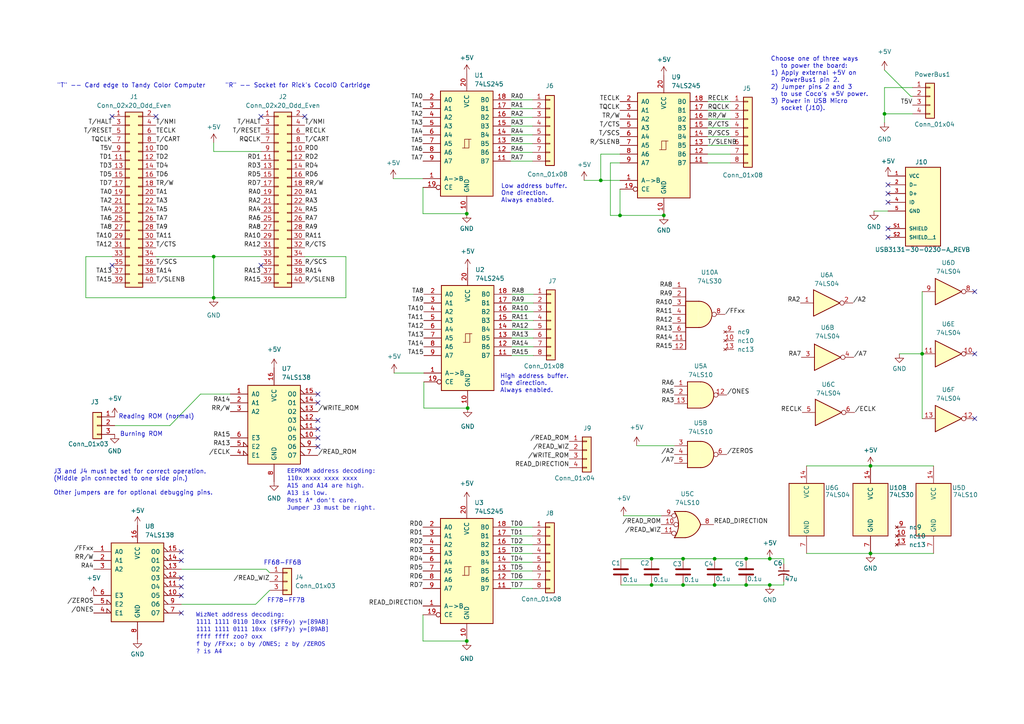
<source format=kicad_sch>
(kicad_sch (version 20230121) (generator eeschema)
  (paper "A4")
  (title_block (title "CocoIO-BufferIO") (date "2024-07-13") (rev "2024-07-13") (company "strick@yak.net    github.com/strickyak"))
  (lib_symbols
    (symbol "74LS30_1" (pin_names (offset 1.016))
      (property "Reference" "U4" (at -0.0083 11.938 0))
      (property "Value" "74LS30" (at -0.0083 9.398 0))
      (symbol "74LS30_1_0_0"
        (pin no_connect line (at 7.62 -7.62 0) (length 2.54) (name "nc10") (number "10"))
        (pin no_connect line (at 7.62 -10.16 0) (length 2.54) (name "nc13") (number "13"))
        (pin no_connect line (at 7.62 -5.08 0) (length 2.54) (name "nc9") (number "9"))
      )
      (symbol "74LS30_1_1_1"
        (pin input line (at -7.62 7.62 0) (length 3.81) (name "~") (number "1"))
        (pin input line (at -7.62 -7.62 0) (length 3.81) (name "~") (number "11"))
        (pin input line (at -7.62 -10.16 0) (length 3.81) (name "~") (number "12"))
        (pin input line (at -7.62 5.08 0) (length 3.81) (name "~") (number "2"))
        (pin input line (at -7.62 2.54 0) (length 3.81) (name "~") (number "3"))
        (pin input line (at -7.62 0 0) (length 3.81) (name "~") (number "4"))
        (pin input line (at -7.62 -2.54 0) (length 3.81) (name "~") (number "5"))
        (pin input line (at -7.62 -5.08 0) (length 3.81) (name "~") (number "6"))
        (pin output inverted (at 7.62 0 180) (length 3.81) (name "~") (number "8"))
      )
      (symbol "74LS30_1_1_2"
        (pin input inverted (at -7.62 7.62 0) (length 3.81) (name "~") (number "1"))
        (pin input inverted (at -7.62 -7.62 0) (length 3.81) (name "~") (number "11"))
        (pin input inverted (at -7.62 -10.16 0) (length 3.81) (name "~") (number "12"))
        (pin input inverted (at -7.62 5.08 0) (length 3.81) (name "~") (number "2"))
        (pin input inverted (at -7.62 2.54 0) (length 4.5466) (name "~") (number "3"))
        (pin input inverted (at -7.62 0 0) (length 5.08) (name "~") (number "4"))
        (pin input inverted (at -7.62 -2.54 0) (length 4.5466) (name "~") (number "5"))
        (pin input inverted (at -7.62 -5.08 0) (length 3.81) (name "~") (number "6"))
        (pin output line (at 7.62 0 180) (length 3.81) (name "~") (number "8"))
      )
      (symbol "74LS30_1_2_0"
        (pin power_in line (at 0 12.7 270) (length 5.08) (name "VCC") (number "14"))
        (pin power_in line (at 0 -12.7 90) (length 5.08) (name "GND") (number "7"))
      )
    )
    (symbol "74xx:74LS04"
      (property "Reference" "U" (at 0 1.27 0))
      (property "Value" "74LS04" (at 0 -1.27 0))
      (symbol "74LS04_1_0"
        (pin input line (at -7.62 0 0) (length 3.81) (name "~") (number "1"))
        (pin output inverted (at 7.62 0 180) (length 3.81) (name "~") (number "2"))
      )
      (symbol "74LS04_2_0"
        (pin input line (at -7.62 0 0) (length 3.81) (name "~") (number "3"))
        (pin output inverted (at 7.62 0 180) (length 3.81) (name "~") (number "4"))
      )
      (symbol "74LS04_3_0"
        (pin input line (at -7.62 0 0) (length 3.81) (name "~") (number "5"))
        (pin output inverted (at 7.62 0 180) (length 3.81) (name "~") (number "6"))
      )
      (symbol "74LS04_4_0"
        (pin output inverted (at 7.62 0 180) (length 3.81) (name "~") (number "8"))
        (pin input line (at -7.62 0 0) (length 3.81) (name "~") (number "9"))
      )
      (symbol "74LS04_5_0"
        (pin output inverted (at 7.62 0 180) (length 3.81) (name "~") (number "10"))
        (pin input line (at -7.62 0 0) (length 3.81) (name "~") (number "11"))
      )
      (symbol "74LS04_6_0"
        (pin output inverted (at 7.62 0 180) (length 3.81) (name "~") (number "12"))
        (pin input line (at -7.62 0 0) (length 3.81) (name "~") (number "13"))
      )
      (symbol "74LS04_7_0"
        (pin power_in line (at 0 12.7 270) (length 5.08) (name "VCC") (number "14"))
        (pin power_in line (at 0 -12.7 90) (length 5.08) (name "GND") (number "7"))
      )
    )
    (symbol "74xx:74LS10" (pin_names (offset 1.016))
      (property "Reference" "U" (at 0 1.27 0))
      (property "Value" "74LS10" (at 0 -1.27 0))
      (symbol "74LS10_1_1"
        (pin input line (at -7.62 2.54 0) (length 3.81) (name "~") (number "1"))
        (pin output inverted (at 7.62 0 180) (length 3.81) (name "~") (number "12"))
        (pin input line (at -7.62 -2.54 0) (length 3.81) (name "~") (number "13"))
        (pin input line (at -7.62 0 0) (length 3.81) (name "~") (number "2"))
      )
      (symbol "74LS10_1_2"
        (pin input inverted (at -7.62 2.54 0) (length 4.318) (name "~") (number "1"))
        (pin output line (at 7.62 0 180) (length 3.81) (name "~") (number "12"))
        (pin input inverted (at -7.62 -2.54 0) (length 4.318) (name "~") (number "13"))
        (pin input inverted (at -7.62 0 0) (length 4.953) (name "~") (number "2"))
      )
      (symbol "74LS10_2_1"
        (pin input line (at -7.62 2.54 0) (length 3.81) (name "~") (number "3"))
        (pin input line (at -7.62 0 0) (length 3.81) (name "~") (number "4"))
        (pin input line (at -7.62 -2.54 0) (length 3.81) (name "~") (number "5"))
        (pin output inverted (at 7.62 0 180) (length 3.81) (name "~") (number "6"))
      )
      (symbol "74LS10_2_2"
        (pin input inverted (at -7.62 2.54 0) (length 4.318) (name "~") (number "3"))
        (pin input inverted (at -7.62 0 0) (length 4.953) (name "~") (number "4"))
        (pin input inverted (at -7.62 -2.54 0) (length 4.318) (name "~") (number "5"))
        (pin output line (at 7.62 0 180) (length 3.81) (name "~") (number "6"))
      )
      (symbol "74LS10_3_1"
        (pin input line (at -7.62 0 0) (length 3.81) (name "~") (number "10"))
        (pin input line (at -7.62 -2.54 0) (length 3.81) (name "~") (number "11"))
        (pin output inverted (at 7.62 0 180) (length 3.81) (name "~") (number "8"))
        (pin input line (at -7.62 2.54 0) (length 3.81) (name "~") (number "9"))
      )
      (symbol "74LS10_3_2"
        (pin input inverted (at -7.62 0 0) (length 4.953) (name "~") (number "10"))
        (pin input inverted (at -7.62 -2.54 0) (length 4.318) (name "~") (number "11"))
        (pin output line (at 7.62 0 180) (length 3.81) (name "~") (number "8"))
        (pin input inverted (at -7.62 2.54 0) (length 4.318) (name "~") (number "9"))
      )
      (symbol "74LS10_4_0"
        (pin power_in line (at 0 12.7 270) (length 5.08) (name "VCC") (number "14"))
        (pin power_in line (at 0 -12.7 90) (length 5.08) (name "GND") (number "7"))
      )
    )
    (symbol "74xx:74LS138" (pin_names (offset 1.016))
      (property "Reference" "U" (at -7.62 11.43 0))
      (property "Value" "74LS138" (at -7.62 -13.97 0))
      (symbol "74LS138_1_0"
        (pin input line (at -12.7 7.62 0) (length 5.08) (name "A0") (number "1"))
        (pin output output_low (at 12.7 -5.08 180) (length 5.08) (name "O5") (number "10"))
        (pin output output_low (at 12.7 -2.54 180) (length 5.08) (name "O4") (number "11"))
        (pin output output_low (at 12.7 0 180) (length 5.08) (name "O3") (number "12"))
        (pin output output_low (at 12.7 2.54 180) (length 5.08) (name "O2") (number "13"))
        (pin output output_low (at 12.7 5.08 180) (length 5.08) (name "O1") (number "14"))
        (pin output output_low (at 12.7 7.62 180) (length 5.08) (name "O0") (number "15"))
        (pin power_in line (at 0 15.24 270) (length 5.08) (name "VCC") (number "16"))
        (pin input line (at -12.7 5.08 0) (length 5.08) (name "A1") (number "2"))
        (pin input line (at -12.7 2.54 0) (length 5.08) (name "A2") (number "3"))
        (pin input input_low (at -12.7 -10.16 0) (length 5.08) (name "E1") (number "4"))
        (pin input input_low (at -12.7 -7.62 0) (length 5.08) (name "E2") (number "5"))
        (pin input line (at -12.7 -5.08 0) (length 5.08) (name "E3") (number "6"))
        (pin output output_low (at 12.7 -10.16 180) (length 5.08) (name "O7") (number "7"))
        (pin power_in line (at 0 -17.78 90) (length 5.08) (name "GND") (number "8"))
        (pin output output_low (at 12.7 -7.62 180) (length 5.08) (name "O6") (number "9"))
      )
    )
    (symbol "74xx:74LS245" (pin_names (offset 1.016))
      (property "Reference" "U" (at -7.62 16.51 0))
      (property "Value" "74LS245" (at -7.62 -16.51 0))
      (symbol "74LS245_1_0"
        (pin input line (at -12.7 -10.16 0) (length 5.08) (name "A->B") (number "1"))
        (pin power_in line (at 0 -20.32 90) (length 5.08) (name "GND") (number "10"))
        (pin tri_state line (at 12.7 -5.08 180) (length 5.08) (name "B7") (number "11"))
        (pin tri_state line (at 12.7 -2.54 180) (length 5.08) (name "B6") (number "12"))
        (pin tri_state line (at 12.7 0 180) (length 5.08) (name "B5") (number "13"))
        (pin tri_state line (at 12.7 2.54 180) (length 5.08) (name "B4") (number "14"))
        (pin tri_state line (at 12.7 5.08 180) (length 5.08) (name "B3") (number "15"))
        (pin tri_state line (at 12.7 7.62 180) (length 5.08) (name "B2") (number "16"))
        (pin tri_state line (at 12.7 10.16 180) (length 5.08) (name "B1") (number "17"))
        (pin tri_state line (at 12.7 12.7 180) (length 5.08) (name "B0") (number "18"))
        (pin input inverted (at -12.7 -12.7 0) (length 5.08) (name "CE") (number "19"))
        (pin tri_state line (at -12.7 12.7 0) (length 5.08) (name "A0") (number "2"))
        (pin power_in line (at 0 20.32 270) (length 5.08) (name "VCC") (number "20"))
        (pin tri_state line (at -12.7 10.16 0) (length 5.08) (name "A1") (number "3"))
        (pin tri_state line (at -12.7 7.62 0) (length 5.08) (name "A2") (number "4"))
        (pin tri_state line (at -12.7 5.08 0) (length 5.08) (name "A3") (number "5"))
        (pin tri_state line (at -12.7 2.54 0) (length 5.08) (name "A4") (number "6"))
        (pin tri_state line (at -12.7 0 0) (length 5.08) (name "A5") (number "7"))
        (pin tri_state line (at -12.7 -2.54 0) (length 5.08) (name "A6") (number "8"))
        (pin tri_state line (at -12.7 -5.08 0) (length 5.08) (name "A7") (number "9"))
      )
    )
    (symbol "Connector_Generic:Conn_01x03" (pin_names (offset 1.016) hide)
      (property "Reference" "J" (at 0 5.08 0))
      (property "Value" "Conn_01x03" (at 0 -5.08 0))
      (symbol "Conn_01x03_1_1"
        (pin passive line (at -5.08 2.54 0) (length 3.81) (name "Pin_1") (number "1"))
        (pin passive line (at -5.08 0 0) (length 3.81) (name "Pin_2") (number "2"))
        (pin passive line (at -5.08 -2.54 0) (length 3.81) (name "Pin_3") (number "3"))
      )
    )
    (symbol "Connector_Generic:Conn_01x04" (pin_names (offset 1.016) hide)
      (property "Reference" "J" (at 0 5.08 0))
      (property "Value" "Conn_01x04" (at 0 -7.62 0))
      (symbol "Conn_01x04_1_1"
        (pin passive line (at -5.08 2.54 0) (length 3.81) (name "Pin_1") (number "1"))
        (pin passive line (at -5.08 0 0) (length 3.81) (name "Pin_2") (number "2"))
        (pin passive line (at -5.08 -2.54 0) (length 3.81) (name "Pin_3") (number "3"))
        (pin passive line (at -5.08 -5.08 0) (length 3.81) (name "Pin_4") (number "4"))
      )
    )
    (symbol "Connector_Generic:Conn_01x08" (pin_names (offset 1.016) hide)
      (property "Reference" "J" (at 0 10.16 0))
      (property "Value" "Conn_01x08" (at 0 -12.7 0))
      (symbol "Conn_01x08_1_1"
        (pin passive line (at -5.08 7.62 0) (length 3.81) (name "Pin_1") (number "1"))
        (pin passive line (at -5.08 5.08 0) (length 3.81) (name "Pin_2") (number "2"))
        (pin passive line (at -5.08 2.54 0) (length 3.81) (name "Pin_3") (number "3"))
        (pin passive line (at -5.08 0 0) (length 3.81) (name "Pin_4") (number "4"))
        (pin passive line (at -5.08 -2.54 0) (length 3.81) (name "Pin_5") (number "5"))
        (pin passive line (at -5.08 -5.08 0) (length 3.81) (name "Pin_6") (number "6"))
        (pin passive line (at -5.08 -7.62 0) (length 3.81) (name "Pin_7") (number "7"))
        (pin passive line (at -5.08 -10.16 0) (length 3.81) (name "Pin_8") (number "8"))
      )
    )
    (symbol "Connector_Generic:Conn_02x20_Odd_Even" (pin_names (offset 1.016) hide)
      (property "Reference" "J" (at 1.27 25.4 0))
      (property "Value" "Conn_02x20_Odd_Even" (at 1.27 -27.94 0))
      (symbol "Conn_02x20_Odd_Even_1_1"
        (pin passive line (at -5.08 22.86 0) (length 3.81) (name "Pin_1") (number "1"))
        (pin passive line (at 7.62 12.7 180) (length 3.81) (name "Pin_10") (number "10"))
        (pin passive line (at -5.08 10.16 0) (length 3.81) (name "Pin_11") (number "11"))
        (pin passive line (at 7.62 10.16 180) (length 3.81) (name "Pin_12") (number "12"))
        (pin passive line (at -5.08 7.62 0) (length 3.81) (name "Pin_13") (number "13"))
        (pin passive line (at 7.62 7.62 180) (length 3.81) (name "Pin_14") (number "14"))
        (pin passive line (at -5.08 5.08 0) (length 3.81) (name "Pin_15") (number "15"))
        (pin passive line (at 7.62 5.08 180) (length 3.81) (name "Pin_16") (number "16"))
        (pin passive line (at -5.08 2.54 0) (length 3.81) (name "Pin_17") (number "17"))
        (pin passive line (at 7.62 2.54 180) (length 3.81) (name "Pin_18") (number "18"))
        (pin passive line (at -5.08 0 0) (length 3.81) (name "Pin_19") (number "19"))
        (pin passive line (at 7.62 22.86 180) (length 3.81) (name "Pin_2") (number "2"))
        (pin passive line (at 7.62 0 180) (length 3.81) (name "Pin_20") (number "20"))
        (pin passive line (at -5.08 -2.54 0) (length 3.81) (name "Pin_21") (number "21"))
        (pin passive line (at 7.62 -2.54 180) (length 3.81) (name "Pin_22") (number "22"))
        (pin passive line (at -5.08 -5.08 0) (length 3.81) (name "Pin_23") (number "23"))
        (pin passive line (at 7.62 -5.08 180) (length 3.81) (name "Pin_24") (number "24"))
        (pin passive line (at -5.08 -7.62 0) (length 3.81) (name "Pin_25") (number "25"))
        (pin passive line (at 7.62 -7.62 180) (length 3.81) (name "Pin_26") (number "26"))
        (pin passive line (at -5.08 -10.16 0) (length 3.81) (name "Pin_27") (number "27"))
        (pin passive line (at 7.62 -10.16 180) (length 3.81) (name "Pin_28") (number "28"))
        (pin passive line (at -5.08 -12.7 0) (length 3.81) (name "Pin_29") (number "29"))
        (pin passive line (at -5.08 20.32 0) (length 3.81) (name "Pin_3") (number "3"))
        (pin passive line (at 7.62 -12.7 180) (length 3.81) (name "Pin_30") (number "30"))
        (pin passive line (at -5.08 -15.24 0) (length 3.81) (name "Pin_31") (number "31"))
        (pin passive line (at 7.62 -15.24 180) (length 3.81) (name "Pin_32") (number "32"))
        (pin passive line (at -5.08 -17.78 0) (length 3.81) (name "Pin_33") (number "33"))
        (pin passive line (at 7.62 -17.78 180) (length 3.81) (name "Pin_34") (number "34"))
        (pin passive line (at -5.08 -20.32 0) (length 3.81) (name "Pin_35") (number "35"))
        (pin passive line (at 7.62 -20.32 180) (length 3.81) (name "Pin_36") (number "36"))
        (pin passive line (at -5.08 -22.86 0) (length 3.81) (name "Pin_37") (number "37"))
        (pin passive line (at 7.62 -22.86 180) (length 3.81) (name "Pin_38") (number "38"))
        (pin passive line (at -5.08 -25.4 0) (length 3.81) (name "Pin_39") (number "39"))
        (pin passive line (at 7.62 20.32 180) (length 3.81) (name "Pin_4") (number "4"))
        (pin passive line (at 7.62 -25.4 180) (length 3.81) (name "Pin_40") (number "40"))
        (pin passive line (at -5.08 17.78 0) (length 3.81) (name "Pin_5") (number "5"))
        (pin passive line (at 7.62 17.78 180) (length 3.81) (name "Pin_6") (number "6"))
        (pin passive line (at -5.08 15.24 0) (length 3.81) (name "Pin_7") (number "7"))
        (pin passive line (at 7.62 15.24 180) (length 3.81) (name "Pin_8") (number "8"))
        (pin passive line (at -5.08 12.7 0) (length 3.81) (name "Pin_9") (number "9"))
      )
    )
    (symbol "Device:C" (pin_numbers hide) (pin_names (offset 0.254))
      (property "Reference" "C" (at 0.635 2.54 0))
      (property "Value" "C" (at 0.635 -2.54 0))
      (symbol "C_1_1"
        (pin passive line (at 0 3.81 270) (length 2.794) (name "~") (number "1"))
        (pin passive line (at 0 -3.81 90) (length 2.794) (name "~") (number "2"))
      )
    )
    (symbol "Device:C_Polarized_Small_US" (pin_numbers hide) (pin_names (offset 0.254) hide)
      (property "Reference" "C" (at 0.254 1.778 0))
      (property "Value" "C_Polarized_Small_US" (at 0.254 -2.032 0))
      (symbol "C_Polarized_Small_US_1_1"
        (pin passive line (at 0 2.54 270) (length 2.032) (name "~") (number "1"))
        (pin passive line (at 0 -2.54 90) (length 2.032) (name "~") (number "2"))
      )
    )
    (symbol "USB3131:USB3131-30-0230-A_REVB" (pin_names (offset 1.016))
      (property "Reference" "J" (at -5.08 10.795 0))
      (property "Value" "USB3131-30-0230-A_REVB" (at -5.08 -15.24 0))
      (symbol "USB3131-30-0230-A_REVB_0_0"
        (pin power_in line (at -10.16 7.62 0) (length 5.08) (name "VCC") (number "1"))
        (pin bidirectional line (at -10.16 5.08 0) (length 5.08) (name "D-") (number "2"))
        (pin bidirectional line (at -10.16 2.54 0) (length 5.08) (name "D+") (number "3"))
        (pin bidirectional line (at -10.16 0 0) (length 5.08) (name "ID") (number "4"))
        (pin power_in line (at -10.16 -2.54 0) (length 5.08) (name "GND") (number "5"))
        (pin passive line (at -10.16 -7.62 0) (length 5.08) (name "SHIELD") (number "S1"))
        (pin passive line (at -10.16 -10.16 0) (length 5.08) (name "SHIELD__1") (number "S2"))
      )
    )
    (symbol "power:+5V" (power) (pin_names (offset 0))
      (property "Value" "+5V" (at 0 3.556 0))
      (symbol "+5V_1_1"
        (pin power_in line (at 0 0 90) (length 0) hide (name "+5V") (number "1"))
      )
    )
    (symbol "power:GND" (power) (pin_names (offset 0))
      (property "Value" "GND" (at 0 -3.81 0))
      (symbol "GND_1_1"
        (pin power_in line (at 0 0 270) (length 0) hide (name "GND") (number "1"))
      )
    )
  )
  (junction (at 223.266 162.052))
  (junction (at 174.244 52.324))
  (junction (at 207.264 162.052))
  (junction (at 135.382 185.928))
  (junction (at 192.532 62.484))
  (junction (at 207.264 169.672))
  (junction (at 61.976 86.36))
  (junction (at 188.976 162.052))
  (junction (at 179.832 62.484))
  (junction (at 223.266 169.672))
  (junction (at 216.408 162.052))
  (junction (at 252.476 135.128))
  (junction (at 216.408 169.672))
  (junction (at 135.382 61.976))
  (junction (at 135.636 118.364))
  (junction (at 61.976 74.422))
  (junction (at 256.54 33.02))
  (junction (at 198.12 162.052))
  (junction (at 198.12 169.672))
  (junction (at 267.462 102.616))
  (junction (at 188.976 169.672))
  (junction (at 252.476 160.528))
  (no_connect (at 45.212 33.782))
  (no_connect (at 52.578 167.64))
  (no_connect (at 52.578 172.72))
  (no_connect (at 92.202 121.92))
  (no_connect (at 92.202 114.3))
  (no_connect (at 92.202 116.84))
  (no_connect (at 52.578 170.18))
  (no_connect (at 257.556 66.294))
  (no_connect (at 52.578 162.56))
  (no_connect (at 75.692 33.782))
  (no_connect (at 282.702 102.616))
  (no_connect (at 88.392 33.782))
  (no_connect (at 32.512 76.962))
  (no_connect (at 52.578 160.02))
  (no_connect (at 92.202 127))
  (no_connect (at 75.692 76.962))
  (no_connect (at 92.202 124.46))
  (no_connect (at 282.702 121.412))
  (no_connect (at 257.556 53.594))
  (no_connect (at 92.202 129.54))
  (no_connect (at 32.512 33.782))
  (no_connect (at 257.556 56.134))
  (no_connect (at 282.702 84.582))
  (no_connect (at 257.556 68.834))
  (no_connect (at 52.578 177.8))
  (no_connect (at 257.556 58.674))
  (wire (pts (xy 198.12 162.052) (xy 207.264 162.052)))
  (wire (pts (xy 122.682 185.928) (xy 135.382 185.928)))
  (wire (pts (xy 205.232 32.004) (xy 211.836 32.004)))
  (wire (pts (xy 61.976 74.422) (xy 75.692 74.422)))
  (wire (pts (xy 61.976 41.402) (xy 61.976 43.942)))
  (wire (pts (xy 256.54 20.32) (xy 264.16 27.94)))
  (wire (pts (xy 267.462 102.616) (xy 267.462 121.412)))
  (wire (pts (xy 58.166 114.3) (xy 66.802 114.3)))
  (wire (pts (xy 198.12 169.672) (xy 207.264 169.672)))
  (wire (pts (xy 49.276 123.444) (xy 58.166 114.3)))
  (wire (pts (xy 179.832 54.864) (xy 179.832 62.484)))
  (wire (pts (xy 45.212 74.422) (xy 61.976 74.422)))
  (wire (pts (xy 223.266 169.672) (xy 227.33 169.672)))
  (wire (pts (xy 148.082 39.116) (xy 154.432 39.116)))
  (wire (pts (xy 252.476 160.528) (xy 270.764 160.528)))
  (wire (pts (xy 52.578 165.1) (xy 77.216 165.1)))
  (wire (pts (xy 233.934 135.128) (xy 252.476 135.128)))
  (wire (pts (xy 148.082 28.956) (xy 154.432 28.956)))
  (wire (pts (xy 61.976 74.422) (xy 61.976 86.36)))
  (wire (pts (xy 260.858 102.616) (xy 267.462 102.616)))
  (wire (pts (xy 177.038 47.244) (xy 177.038 62.484)))
  (wire (pts (xy 122.682 61.976) (xy 135.382 61.976)))
  (wire (pts (xy 148.336 95.504) (xy 154.686 95.504)))
  (wire (pts (xy 205.232 34.544) (xy 211.836 34.544)))
  (wire (pts (xy 256.54 25.4) (xy 264.668 25.4)))
  (wire (pts (xy 184.658 129.286) (xy 195.58 129.286)))
  (wire (pts (xy 148.082 157.988) (xy 154.432 157.988)))
  (wire (pts (xy 188.976 169.672) (xy 198.12 169.672)))
  (wire (pts (xy 148.336 92.964) (xy 154.686 92.964)))
  (wire (pts (xy 256.54 33.02) (xy 264.668 33.02)))
  (wire (pts (xy 148.082 168.148) (xy 154.432 168.148)))
  (wire (pts (xy 148.082 31.496) (xy 154.432 31.496)))
  (wire (pts (xy 114.3 108.204) (xy 122.936 108.204)))
  (wire (pts (xy 205.232 44.704) (xy 211.836 44.704)))
  (wire (pts (xy 227.33 162.052) (xy 227.33 163.576)))
  (wire (pts (xy 148.082 152.908) (xy 154.432 152.908)))
  (wire (pts (xy 77.216 165.1) (xy 78.232 166.116)))
  (wire (pts (xy 33.274 123.444) (xy 49.276 123.444)))
  (wire (pts (xy 148.082 34.036) (xy 154.432 34.036)))
  (wire (pts (xy 148.336 87.884) (xy 154.686 87.884)))
  (wire (pts (xy 148.082 41.656) (xy 154.432 41.656)))
  (wire (pts (xy 188.976 162.052) (xy 198.12 162.052)))
  (wire (pts (xy 24.892 74.422) (xy 24.892 86.36)))
  (wire (pts (xy 180.848 149.606) (xy 191.77 149.606)))
  (wire (pts (xy 122.936 118.364) (xy 135.636 118.364)))
  (wire (pts (xy 179.832 62.484) (xy 192.532 62.484)))
  (wire (pts (xy 148.082 160.528) (xy 154.432 160.528)))
  (wire (pts (xy 205.232 42.164) (xy 211.836 42.164)))
  (wire (pts (xy 100.33 74.422) (xy 100.33 86.36)))
  (wire (pts (xy 74.168 175.26) (xy 78.232 171.196)))
  (wire (pts (xy 207.264 162.052) (xy 216.408 162.052)))
  (wire (pts (xy 122.936 110.744) (xy 122.936 118.364)))
  (wire (pts (xy 148.082 170.688) (xy 154.432 170.688)))
  (wire (pts (xy 180.086 169.672) (xy 188.976 169.672)))
  (wire (pts (xy 114.046 51.816) (xy 122.682 51.816)))
  (wire (pts (xy 61.976 86.36) (xy 100.33 86.36)))
  (wire (pts (xy 216.408 169.672) (xy 223.266 169.672)))
  (wire (pts (xy 148.082 44.196) (xy 154.432 44.196)))
  (wire (pts (xy 174.244 44.704) (xy 174.244 52.324)))
  (wire (pts (xy 207.264 169.672) (xy 216.408 169.672)))
  (wire (pts (xy 256.54 25.4) (xy 256.54 33.02)))
  (wire (pts (xy 177.038 62.484) (xy 179.832 62.484)))
  (wire (pts (xy 148.336 103.124) (xy 154.686 103.124)))
  (wire (pts (xy 148.336 85.344) (xy 154.686 85.344)))
  (wire (pts (xy 205.232 47.244) (xy 211.836 47.244)))
  (wire (pts (xy 148.082 36.576) (xy 154.432 36.576)))
  (wire (pts (xy 148.082 163.068) (xy 154.432 163.068)))
  (wire (pts (xy 148.082 155.448) (xy 154.432 155.448)))
  (wire (pts (xy 252.476 135.128) (xy 270.764 135.128)))
  (wire (pts (xy 52.578 175.26) (xy 74.168 175.26)))
  (wire (pts (xy 24.892 74.422) (xy 32.512 74.422)))
  (wire (pts (xy 148.336 90.424) (xy 154.686 90.424)))
  (wire (pts (xy 169.418 52.324) (xy 174.244 52.324)))
  (wire (pts (xy 223.266 162.052) (xy 227.33 162.052)))
  (wire (pts (xy 148.082 46.736) (xy 154.432 46.736)))
  (wire (pts (xy 227.33 168.656) (xy 227.33 169.672)))
  (wire (pts (xy 256.54 33.02) (xy 256.54 35.56)))
  (wire (pts (xy 24.892 86.36) (xy 61.976 86.36)))
  (wire (pts (xy 205.232 39.624) (xy 211.836 39.624)))
  (wire (pts (xy 148.336 98.044) (xy 154.686 98.044)))
  (wire (pts (xy 174.244 44.704) (xy 179.832 44.704)))
  (wire (pts (xy 174.244 52.324) (xy 179.832 52.324)))
  (wire (pts (xy 180.086 162.052) (xy 188.976 162.052)))
  (wire (pts (xy 148.082 165.608) (xy 154.432 165.608)))
  (wire (pts (xy 122.682 178.308) (xy 122.682 185.928)))
  (wire (pts (xy 253.492 61.214) (xy 257.556 61.214)))
  (wire (pts (xy 88.392 74.422) (xy 100.33 74.422)))
  (wire (pts (xy 205.232 37.084) (xy 211.836 37.084)))
  (wire (pts (xy 264.668 27.94) (xy 264.16 27.94)))
  (wire (pts (xy 216.408 162.052) (xy 223.266 162.052)))
  (wire (pts (xy 267.462 84.582) (xy 267.462 102.616)))
  (wire (pts (xy 148.336 100.584) (xy 154.686 100.584)))
  (wire (pts (xy 205.232 29.464) (xy 211.836 29.464)))
  (wire (pts (xy 122.682 54.356) (xy 122.682 61.976)))
  (wire (pts (xy 61.976 43.942) (xy 75.692 43.942)))
  (wire (pts (xy 177.038 47.244) (xy 179.832 47.244)))
  (wire (pts (xy 233.934 160.528) (xy 252.476 160.528)))
  (text "Burning ROM" (at 47.244 126.746 0) (effects (font (size 1.27 1.27)) (justify right bottom)))
  (text "WizNet address decoding:\n1111 1111 0110 10xx ($FF6y) y=[89AB]\n1111 1111 0111 10xx ($FF7y) y=[89AB]\nffff ffff zoo? oxx\nf by /FFxx; o by /ONES; z by /ZEROS\n? is A4\n" (at 56.896 190.246 0) (effects (font (size 1.27 1.27)) (justify left bottom)))
  (text "J3 and J4 must be set for correct operation.\n(Middle pin connected to one side pin.)\n\nOther jumpers are for optional debugging pins.\n" (at 15.494 143.764 0) (effects (font (size 1.27 1.27)) (justify left bottom)))
  (text "FF68-FF6B" (at 76.454 164.084 0) (effects (font (size 1.27 1.27)) (justify left bottom)))
  (text "Choose one of three ways\n   to power the board:\n1) Apply external +5V on\n   PowerBus1 pin 2.\n2) Jumper pins 2 and 3\n   to use Coco's +5V power.\n3) Power in USB Micro\n   socket (J10).\n " (at 223.52 34.29 0) (effects (font (size 1.27 1.27)) (justify left bottom)))
  (text "\"R\" -- Socket for Rick's CocoIO Cartridge" (at 65.278 25.654 0) (effects (font (size 1.27 1.27)) (justify left bottom)))
  (text "EEPROM address decoding:\n110x xxxx xxxx xxxx\nA15 and A14 are high.\nA13 is low.\nRest A* don't care.\nJumper J3 must be right.\n" (at 83.312 148.59 0) (effects (font (size 1.27 1.27)) (justify left bottom)))
  (text "Reading ROM (normal)" (at 56.388 121.666 0) (effects (font (size 1.27 1.27)) (justify right bottom)))
  (text "FF78-FF7B" (at 77.47 175.006 0) (effects (font (size 1.27 1.27)) (justify left bottom)))
  (text "Low address buffer.\nOne direction.\nAlways enabled." (at 145.288 58.928 0) (effects (font (size 1.27 1.27)) (justify left bottom)))
  (text "\"T\" -- Card edge to Tandy Color Computer" (at 16.51 25.654 0) (effects (font (size 1.27 1.27)) (justify left bottom)))
  (text "High address buffer.\nOne direction.\nAlways enabled." (at 145.034 114.046 0) (effects (font (size 1.27 1.27)) (justify left bottom)))
  (label "RD3" (at 75.692 49.022 180))
  (label "RR{slash}W" (at 66.802 119.38 180))
  (label "{slash}ECLK" (at 66.802 132.08 180))
  (label "TD0" (at 45.212 43.942 0))
  (label "{slash}FFxx" (at 27.178 160.02 180))
  (label "READ_DIRECTION" (at 165.1 135.636 180))
  (label "RD1" (at 75.692 46.482 180))
  (label "TA2" (at 32.512 59.182 180))
  (label "T{slash}SCS" (at 45.212 76.962 0))
  (label "RA13" (at 75.692 79.502 180))
  (label "RA14" (at 88.392 79.502 0))
  (label "RA11" (at 195.072 91.186 180))
  (label "RA8" (at 148.336 85.344 0))
  (label "RA6" (at 195.58 112.014 180))
  (label "RA9" (at 195.072 86.106 180))
  (label "TD3" (at 148.082 160.528 0))
  (label "RA7" (at 88.392 64.262 0))
  (label "TECLK" (at 45.212 38.862 0))
  (label "RA12" (at 195.072 93.726 180))
  (label "{slash}ZEROS" (at 27.178 175.26 180))
  (label "TA15" (at 122.936 103.124 180))
  (label "TA14" (at 122.936 100.584 180))
  (label "RR{slash}W" (at 27.178 162.56 180))
  (label "T{slash}RESET" (at 32.512 38.862 180))
  (label "{slash}READ_ROM" (at 191.77 152.146 180))
  (label "T5V" (at 32.512 43.942 180))
  (label "TA12" (at 122.936 95.504 180))
  (label "RQCLK" (at 75.692 41.402 180))
  (label "{slash}ONES" (at 210.82 114.554 0))
  (label "RA8" (at 75.692 66.802 180))
  (label "RA14" (at 148.336 100.584 0))
  (label "TA4" (at 122.682 39.116 180))
  (label "{slash}A7" (at 247.65 103.632 0))
  (label "RA8" (at 195.072 83.566 180))
  (label "{slash}READ_WIZ" (at 165.1 130.556 180))
  (label "RA15" (at 148.336 103.124 0))
  (label "RA10" (at 195.072 88.646 180))
  (label "{slash}ZEROS" (at 210.82 131.826 0))
  (label "TA8" (at 122.936 85.344 180))
  (label "TD0" (at 148.082 152.908 0))
  (label "TA3" (at 45.212 59.182 0))
  (label "RA10" (at 148.336 90.424 0))
  (label "RD2" (at 88.392 46.482 0))
  (label "RA5" (at 148.082 41.656 0))
  (label "{slash}READ_WIZ" (at 78.232 168.656 180))
  (label "TA5" (at 122.682 41.656 180))
  (label "TA0" (at 32.512 56.642 180))
  (label "TA7" (at 122.682 46.736 180))
  (label "TA13" (at 122.936 98.044 180))
  (label "T{slash}CART" (at 45.212 41.402 0))
  (label "TQCLK" (at 32.512 41.402 180))
  (label "TD1" (at 32.512 46.482 180))
  (label "T{slash}HALT" (at 32.512 36.322 180))
  (label "RECLK" (at 205.232 29.464 0))
  (label "TA1" (at 45.212 56.642 0))
  (label "RA9" (at 88.392 66.802 0))
  (label "RA3" (at 195.58 117.094 180))
  (label "RD4" (at 122.682 163.068 180))
  (label "RECLK" (at 88.392 38.862 0))
  (label "TD5" (at 148.082 165.608 0))
  (label "TA10" (at 32.512 69.342 180))
  (label "TA5" (at 45.212 61.722 0))
  (label "{slash}FFxx" (at 210.312 91.186 0))
  (label "TD2" (at 148.082 157.988 0))
  (label "{slash}ONES" (at 27.178 177.8 180))
  (label "RA15" (at 75.692 82.042 180))
  (label "RA6" (at 148.082 44.196 0))
  (label "T{slash}CTS" (at 45.212 71.882 0))
  (label "{slash}READ_ROM" (at 165.1 128.016 180))
  (label "{slash}WRITE_ROM" (at 165.1 133.096 180))
  (label "RA2" (at 75.692 59.182 180))
  (label "TA11" (at 122.936 92.964 180))
  (label "TA11" (at 45.212 69.342 0))
  (label "RA0" (at 75.692 56.642 180))
  (label "TD3" (at 32.512 49.022 180))
  (label "RA12" (at 148.336 95.504 0))
  (label "RA2" (at 148.082 34.036 0))
  (label "TD2" (at 45.212 46.482 0))
  (label "{slash}READ_WIZ" (at 191.77 154.686 180))
  (label "TR{slash}W" (at 45.212 54.102 0))
  (label "TA3" (at 122.682 36.576 180))
  (label "RA13" (at 148.336 98.044 0))
  (label "RD3" (at 122.682 160.528 180))
  (label "{slash}A7" (at 195.58 134.366 180))
  (label "RD6" (at 122.682 168.148 180))
  (label "TA2" (at 122.682 34.036 180))
  (label "TD4" (at 45.212 49.022 0))
  (label "TECLK" (at 179.832 29.464 180))
  (label "RA14" (at 195.072 98.806 180))
  (label "RA11" (at 148.336 92.964 0))
  (label "RD2" (at 122.682 157.988 180))
  (label "RA12" (at 75.692 71.882 180))
  (label "RECLK" (at 232.664 119.634 180))
  (label "RA7" (at 148.082 46.736 0))
  (label "RA4" (at 148.082 39.116 0))
  (label "RA15" (at 66.802 127 180))
  (label "RD0" (at 88.392 43.942 0))
  (label "T{slash}CART" (at 88.392 41.402 0))
  (label "RD0" (at 122.682 152.908 180))
  (label "R{slash}SCS" (at 205.232 39.624 0))
  (label "TD1" (at 148.082 155.448 0))
  (label "T{slash}SLENB" (at 45.212 82.042 0))
  (label "RD6" (at 88.392 51.562 0))
  (label "TA9" (at 45.212 66.802 0))
  (label "R{slash}SLENB" (at 88.392 82.042 0))
  (label "RA4" (at 27.178 165.1 180))
  (label "RA1" (at 148.082 31.496 0))
  (label "RA0" (at 148.082 28.956 0))
  (label "R{slash}SLENB" (at 179.832 42.164 180))
  (label "{slash}ECLK" (at 247.904 119.634 0))
  (label "RD7" (at 75.692 54.102 180))
  (label "T{slash}SCS" (at 179.832 39.624 180))
  (label "TA13" (at 32.512 79.502 180))
  (label "TQCLK" (at 179.832 32.004 180))
  (label "TA9" (at 122.936 87.884 180))
  (label "{slash}A2" (at 247.396 87.884 0))
  (label "RA10" (at 75.692 69.342 180))
  (label "RA6" (at 75.692 64.262 180))
  (label "R{slash}SCS" (at 88.392 76.962 0))
  (label "T{slash}RESET" (at 75.692 38.862 180))
  (label "READ_DIRECTION" (at 207.01 152.146 0))
  (label "READ_DIRECTION" (at 122.682 175.768 180))
  (label "RD1" (at 122.682 155.448 180))
  (label "TA8" (at 32.512 66.802 180))
  (label "TD6" (at 45.212 51.562 0))
  (label "TA6" (at 32.512 64.262 180))
  (label "TD6" (at 148.082 168.148 0))
  (label "RR{slash}W" (at 88.392 54.102 0))
  (label "RA3" (at 88.392 59.182 0))
  (label "TA10" (at 122.936 90.424 180))
  (label "T5V" (at 264.668 30.48 180))
  (label "RD4" (at 88.392 49.022 0))
  (label "RD5" (at 122.682 165.608 180))
  (label "RR{slash}W" (at 205.232 34.544 0))
  (label "TA0" (at 122.682 28.956 180))
  (label "TA4" (at 32.512 61.722 180))
  (label "RA15" (at 195.072 101.346 180))
  (label "TD7" (at 148.082 170.688 0))
  (label "{slash}A2" (at 195.58 131.826 180))
  (label "{slash}WRITE_ROM" (at 92.202 119.38 0))
  (label "RD5" (at 75.692 51.562 180))
  (label "TR{slash}W" (at 179.832 34.544 180))
  (label "RA5" (at 88.392 61.722 0))
  (label "R{slash}CTS" (at 205.232 37.084 0))
  (label "RA4" (at 75.692 61.722 180))
  (label "RA13" (at 66.802 129.54 180))
  (label "RA14" (at 66.802 116.84 180))
  (label "TA7" (at 45.212 64.262 0))
  (label "RA5" (at 195.58 114.554 180))
  (label "RA9" (at 148.336 87.884 0))
  (label "RA7" (at 232.41 103.632 180))
  (label "TD5" (at 32.512 51.562 180))
  (label "R{slash}CTS" (at 88.392 71.882 0))
  (label "T{slash}SLENB" (at 205.232 42.164 0))
  (label "TA6" (at 122.682 44.196 180))
  (label "T{slash}HALT" (at 75.692 36.322 180))
  (label "RQCLK" (at 205.232 32.004 0))
  (label "T{slash}NMI" (at 45.212 36.322 0))
  (label "TA12" (at 32.512 71.882 180))
  (label "RA2" (at 232.156 87.884 180))
  (label "RA11" (at 88.392 69.342 0))
  (label "T{slash}NMI" (at 88.392 36.322 0))
  (label "RA3" (at 148.082 36.576 0))
  (label "TD4" (at 148.082 163.068 0))
  (label "TA15" (at 32.512 82.042 180))
  (label "TD7" (at 32.512 54.102 180))
  (label "T{slash}CTS" (at 179.832 37.084 180))
  (label "RA1" (at 88.392 56.642 0))
  (label "TA14" (at 45.212 79.502 0))
  (label "TA1" (at 122.682 31.496 180))
  (label "{slash}READ_ROM" (at 92.202 132.08 0))
  (label "RD7" (at 122.682 170.688 180))
  (label "RA13" (at 195.072 96.266 180))
  (symbol (lib_id "power:GND") (at 253.492 61.214 0) (unit 1)
    (property "Reference" "#PWR030" (effects hide))
    (property "Value" "GND" (at 253.492 65.786 0))
  )
  (symbol (lib_id "74xx:74LS10") (at 203.2 131.826 0) (unit 2)
    (property "Reference" "U5" (at 203.1917 122.682 0))
    (property "Value" "74LS10" (at 203.1917 125.222 0))
    (property "Footprint" "Package_DIP:DIP-14_W7.62mm_LongPads" (effects hide))
    (property "Datasheet" "http://www.ti.com/lit/gpn/sn74LS10" (effects hide))
  )
  (symbol (lib_id "power:+5V") (at 180.848 149.606 0) (unit 1)
    (property "Reference" "#PWR014" (effects hide))
    (property "Value" "+5V" (at 180.848 144.526 0))
  )
  (symbol (lib_id "74xx:74LS138") (at 39.878 167.64 0) (unit 1)
    (property "Reference" "U8" (at 42.0721 152.654 0) (effects (justify left)))
    (property "Value" "74LS138" (at 42.0721 155.194 0) (effects (justify left)))
    (property "Footprint" "Package_DIP:DIP-16_W7.62mm_LongPads" (effects hide))
    (property "Datasheet" "http://www.ti.com/lit/gpn/sn74LS138" (effects hide))
  )
  (symbol (lib_id "power:+5V") (at 184.658 129.286 0) (unit 1)
    (property "Reference" "#PWR013" (effects hide))
    (property "Value" "+5V" (at 184.658 123.952 0))
  )
  (symbol (lib_id "74xx:74LS04") (at 275.082 102.616 0) (unit 5)
    (property "Reference" "U6" (at 275.082 93.98 0))
    (property "Value" "74LS04" (at 275.082 96.52 0))
    (property "Footprint" "Package_DIP:DIP-14_W7.62mm_LongPads" (effects hide))
    (property "Datasheet" "http://www.ti.com/lit/gpn/sn74LS04" (effects hide))
  )
  (symbol (lib_id "Connector_Generic:Conn_01x04") (at 269.748 27.94 0) (unit 1)
    (property "Reference" "PowerBus1" (at 265.176 21.59 0) (effects (justify left)))
    (property "Value" "Conn_01x04" (at 265.176 36.068 0) (effects (justify left)))
    (property "Footprint" "Connector_PinHeader_2.54mm:PinHeader_1x04_P2.54mm_Vertical" (effects hide))
  )
  (symbol (lib_id "Device:C") (at 216.408 165.862 0) (unit 1)
    (property "Reference" "C5" (at 213.106 163.576 0) (effects (justify left)))
    (property "Value" "0.1u" (at 216.662 167.894 0) (effects (justify left)))
    (property "Footprint" "Capacitor_THT:C_Disc_D5.0mm_W2.5mm_P5.00mm" (effects hide))
  )
  (symbol (lib_id "74xx:74LS138") (at 79.502 121.92 0) (unit 1)
    (property "Reference" "U7" (at 81.6961 106.934 0) (effects (justify left)))
    (property "Value" "74LS138" (at 81.6961 109.474 0) (effects (justify left)))
    (property "Footprint" "Package_DIP:DIP-16_W7.62mm_LongPads" (effects hide))
    (property "Datasheet" "http://www.ti.com/lit/gpn/sn74LS138" (effects hide))
  )
  (symbol (lib_id "power:+5V") (at 135.636 77.724 0) (unit 1)
    (property "Reference" "#PWR06" (effects hide))
    (property "Value" "+5V" (at 135.636 72.898 0))
  )
  (symbol (lib_id "74xx:74LS10") (at 203.2 114.554 0) (unit 1)
    (property "Reference" "U5" (at 203.1917 106.172 0))
    (property "Value" "74LS10" (at 203.1917 108.712 0))
    (property "Footprint" "Package_DIP:DIP-14_W7.62mm_LongPads" (effects hide))
    (property "Datasheet" "http://www.ti.com/lit/gpn/sn74LS10" (effects hide))
  )
  (symbol (lib_id "Device:C") (at 180.086 165.862 0) (unit 1)
    (property "Reference" "C1" (at 177.292 163.322 0) (effects (justify left)))
    (property "Value" "0.1u" (at 180.594 168.148 0) (effects (justify left)))
    (property "Footprint" "Capacitor_THT:C_Disc_D5.0mm_W2.5mm_P5.00mm" (effects hide))
  )
  (symbol (lib_id "power:GND") (at 252.476 160.528 0) (unit 1)
    (property "Reference" "#PWR012" (effects hide))
    (property "Value" "GND" (at 252.476 164.846 0))
  )
  (symbol (lib_id "power:+5V") (at 257.556 51.054 0) (unit 1)
    (property "Reference" "#PWR029" (effects hide))
    (property "Value" "+5V" (at 257.556 46.736 0))
  )
  (symbol (lib_id "power:+5V") (at 256.54 20.32 0) (unit 1)
    (property "Reference" "#PWR028" (effects hide))
    (property "Value" "+5V" (at 256.54 14.986 0))
  )
  (symbol (lib_id "power:GND") (at 135.382 61.976 0) (unit 1)
    (property "Reference" "#PWR04" (effects hide))
    (property "Value" "GND" (at 135.382 66.294 0))
  )
  (symbol (lib_id "power:+5V") (at 135.382 21.336 0) (unit 1)
    (property "Reference" "#PWR05" (effects hide))
    (property "Value" "+5V" (at 135.382 16.764 0))
  )
  (symbol (lib_id "power:GND") (at 260.858 102.616 0) (unit 1)
    (property "Reference" "#PWR025" (effects hide))
    (property "Value" "GND" (at 260.858 106.934 0))
  )
  (symbol (lib_id "74xx:74LS245") (at 135.636 98.044 0) (unit 1)
    (property "Reference" "U2" (at 137.8301 78.232 0) (effects (justify left)))
    (property "Value" "74LS245" (at 137.8301 80.772 0) (effects (justify left)))
    (property "Footprint" "Package_DIP:DIP-20_W7.62mm_LongPads" (effects hide))
    (property "Datasheet" "http://www.ti.com/lit/gpn/sn74LS245" (effects hide))
  )
  (symbol (lib_id "USB3131:USB3131-30-0230-A_REVB") (at 267.716 58.674 0) (unit 1)
    (property "Reference" "J10" (at 265.43 46.99 0) (effects (justify left)))
    (property "Value" "USB3131-30-0230-A_REVB" (at 253.746 72.39 0) (effects (justify left)))
    (property "Footprint" "usb3131:GCT_USB3131-30-0230-A_REVB" (effects hide))
    (property "PARTREV" "B4" (effects hide))
    (property "STANDARD" "Manufacturer Recommendations" (effects hide))
    (property "MAXIMUM_PACKAGE_HEIGHT" "5.6 mm" (effects hide))
    (property "MANUFACTURER" "GCT" (effects hide))
  )
  (symbol (lib_id "Connector_Generic:Conn_02x20_Odd_Even") (at 37.592 56.642 0) (unit 1)
    (property "Reference" "J1" (at 38.862 28.067 0))
    (property "Value" "Conn_02x20_Odd_Even" (at 38.862 30.607 0))
    (property "Footprint" "coco-card-lib:CocoCardEdge" (effects hide))
  )
  (symbol (lib_id "Device:C") (at 198.12 165.862 0) (unit 1)
    (property "Reference" "C3" (at 195.072 163.576 0) (effects (justify left)))
    (property "Value" "0.1u" (at 198.374 168.148 0) (effects (justify left)))
    (property "Footprint" "Capacitor_THT:C_Disc_D5.0mm_W2.5mm_P5.00mm" (effects hide))
  )
  (symbol (lib_id "74xx:74LS245") (at 135.382 41.656 0) (unit 1)
    (property "Reference" "U1" (at 137.5761 21.844 0) (effects (justify left)))
    (property "Value" "74LS245" (at 137.5761 24.384 0) (effects (justify left)))
    (property "Footprint" "Package_DIP:DIP-20_W7.62mm_LongPads" (effects hide))
    (property "Datasheet" "http://www.ti.com/lit/gpn/sn74LS245" (effects hide))
  )
  (symbol (lib_id "74xx:74LS04") (at 275.082 121.412 0) (unit 6)
    (property "Reference" "U6" (at 275.082 113.03 0))
    (property "Value" "74LS04" (at 275.082 115.57 0))
    (property "Footprint" "Package_DIP:DIP-14_W7.62mm_LongPads" (effects hide))
    (property "Datasheet" "http://www.ti.com/lit/gpn/sn74LS04" (effects hide))
  )
  (symbol (lib_id "power:GND") (at 223.266 169.672 0) (unit 1)
    (property "Reference" "#PWR031" (effects hide))
    (property "Value" "GND" (at 223.266 173.99 0))
  )
  (symbol (lib_id "74xx:74LS04") (at 240.03 103.632 0) (unit 2)
    (property "Reference" "U6" (at 240.03 94.996 0))
    (property "Value" "74LS04" (at 240.03 97.536 0))
    (property "Footprint" "Package_DIP:DIP-14_W7.62mm_LongPads" (effects hide))
    (property "Datasheet" "http://www.ti.com/lit/gpn/sn74LS04" (effects hide))
  )
  (symbol (lib_id "Connector_Generic:Conn_01x08") (at 159.512 160.528 0) (unit 1)
    (property "Reference" "J8" (at 158.242 148.844 0) (effects (justify left)))
    (property "Value" "Conn_01x08" (at 151.13 173.736 0) (effects (justify left)))
    (property "Footprint" "Connector_PinHeader_2.54mm:PinHeader_1x08_P2.54mm_Vertical" (effects hide))
  )
  (symbol (lib_id "power:+5V") (at 192.532 21.844 0) (unit 1)
    (property "Reference" "#PWR022" (effects hide))
    (property "Value" "+5V" (at 192.532 17.272 0))
  )
  (symbol (lib_id "power:+5V") (at 39.878 152.4 0) (unit 1)
    (property "Reference" "#PWR019" (effects hide))
    (property "Value" "+5V" (at 39.878 148.082 0))
  )
  (symbol (lib_id "power:GND") (at 135.636 118.364 0) (unit 1)
    (property "Reference" "#PWR08" (effects hide))
    (property "Value" "GND" (at 135.636 123.698 0))
  )
  (symbol (lib_id "power:+5V") (at 252.476 135.128 0) (unit 1)
    (property "Reference" "#PWR010" (effects hide))
    (property "Value" "+5V" (at 252.476 130.556 0))
  )
  (symbol (lib_id "power:+5V") (at 114.3 108.204 0) (unit 1)
    (property "Reference" "#PWR09" (effects hide))
    (property "Value" "+5V" (at 114.3 103.378 0))
  )
  (symbol (lib_id "power:GND") (at 39.878 185.42 0) (unit 1)
    (property "Reference" "#PWR018" (effects hide))
    (property "Value" "GND" (at 39.878 189.738 0))
  )
  (symbol (lib_id "74xx:74LS245") (at 192.532 42.164 0) (unit 1)
    (property "Reference" "U9" (at 194.7261 22.352 0) (effects (justify left)))
    (property "Value" "74LS245" (at 194.7261 24.892 0) (effects (justify left)))
    (property "Footprint" "Package_DIP:DIP-20_W7.62mm_LongPads" (effects hide))
    (property "Datasheet" "http://www.ti.com/lit/gpn/sn74LS245" (effects hide))
  )
  (symbol (lib_id "74xx:74LS04") (at 233.934 147.828 0) (unit 7)
    (property "Reference" "U6" (at 239.268 141.478 0) (effects (justify left)))
    (property "Value" "74LS04" (at 239.268 143.51 0) (effects (justify left)))
    (property "Footprint" "Package_DIP:DIP-14_W7.62mm_LongPads" (effects hide))
    (property "Datasheet" "http://www.ti.com/lit/gpn/sn74LS04" (effects hide))
  )
  (symbol (lib_id "74xx:74LS04") (at 240.284 119.634 0) (unit 3)
    (property "Reference" "U6" (at 240.284 111.506 0))
    (property "Value" "74LS04" (at 240.284 114.046 0))
    (property "Footprint" "Package_DIP:DIP-14_W7.62mm_LongPads" (effects hide))
    (property "Datasheet" "http://www.ti.com/lit/gpn/sn74LS04" (effects hide))
  )
  (symbol (lib_id "power:+5V") (at 27.178 172.72 0) (unit 1)
    (property "Reference" "#PWR021" (effects hide))
    (property "Value" "+5V" (at 27.178 167.64 0))
  )
  (symbol (lib_id "Device:C") (at 207.264 165.862 0) (unit 1)
    (property "Reference" "C4" (at 204.216 163.576 0) (effects (justify left)))
    (property "Value" "0.1u" (at 207.518 167.894 0) (effects (justify left)))
    (property "Footprint" "Capacitor_THT:C_Disc_D5.0mm_W2.5mm_P5.00mm" (effects hide))
  )
  (symbol (lib_id "Connector_Generic:Conn_01x08") (at 159.766 92.964 0) (unit 1)
    (property "Reference" "J7" (at 159.004 81.534 0) (effects (justify left)))
    (property "Value" "Conn_01x08" (at 151.892 106.172 0) (effects (justify left)))
    (property "Footprint" "Connector_PinHeader_2.54mm:PinHeader_1x08_P2.54mm_Vertical" (effects hide))
  )
  (symbol (lib_id "74xx:74LS10") (at 199.39 152.146 0) (unit 3) (convert 2)
    (property "Reference" "U5" (at 199.3817 143.256 0))
    (property "Value" "74LS10" (at 199.3817 145.796 0))
    (property "Footprint" "Package_DIP:DIP-14_W7.62mm_LongPads" (effects hide))
    (property "Datasheet" "http://www.ti.com/lit/gpn/sn74LS10" (effects hide))
  )
  (symbol (lib_id "Device:C_Polarized_Small_US") (at 227.33 166.116 0) (unit 1)
    (property "Reference" "C6" (at 224.282 163.322 0) (effects (justify left)))
    (property "Value" "47u" (at 227.584 167.894 0) (effects (justify left)))
    (property "Footprint" "Capacitor_THT:CP_Radial_D7.5mm_P2.50mm" (effects hide))
  )
  (symbol (lib_id "Connector_Generic:Conn_01x03") (at 83.312 168.656 0) (unit 1)
    (property "Reference" "J4" (at 85.598 167.386 0) (effects (justify left)))
    (property "Value" "Conn_01x03" (at 85.598 169.926 0) (effects (justify left)))
    (property "Footprint" "Connector_PinHeader_2.54mm:PinHeader_1x03_P2.54mm_Vertical" (effects hide))
  )
  (symbol (lib_id "power:+5V") (at 135.382 145.288 0) (unit 1)
    (property "Reference" "#PWR011" (effects hide))
    (property "Value" "+5V" (at 135.382 140.208 0))
  )
  (symbol (lib_id "Connector_Generic:Conn_01x04") (at 170.18 130.556 0) (unit 1)
    (property "Reference" "J9" (at 169.164 124.206 0) (effects (justify left)))
    (property "Value" "Conn_01x04" (at 160.782 138.684 0) (effects (justify left)))
    (property "Footprint" "Connector_PinHeader_2.54mm:PinHeader_1x04_P2.54mm_Vertical" (effects hide))
  )
  (symbol (lib_id "Connector_Generic:Conn_01x08") (at 216.916 37.084 0) (unit 1)
    (property "Reference" "J5" (at 215.392 25.654 0) (effects (justify left)))
    (property "Value" "Conn_01x08" (at 209.55 50.8 0) (effects (justify left)))
    (property "Footprint" "Connector_PinHeader_2.54mm:PinHeader_1x08_P2.54mm_Vertical" (effects hide))
  )
  (symbol (lib_id "74xx:74LS245") (at 135.382 165.608 0) (unit 1)
    (property "Reference" "U3" (at 137.5761 145.796 0) (effects (justify left)))
    (property "Value" "74LS245" (at 137.5761 148.336 0) (effects (justify left)))
    (property "Footprint" "Package_DIP:DIP-20_W7.62mm_LongPads" (effects hide))
    (property "Datasheet" "http://www.ti.com/lit/gpn/sn74LS245" (effects hide))
  )
  (symbol (lib_name "74LS30_1") (lib_id "74xx:74LS30") (at 202.692 91.186 0) (unit 1)
    (property "Reference" "U10" (at 205.8035 78.994 0))
    (property "Value" "74LS30" (at 205.8035 81.534 0))
    (property "Footprint" "Package_DIP:DIP-14_W7.62mm_LongPads" (effects hide))
    (property "Datasheet" "http://www.ti.com/lit/gpn/sn74LS30" (effects hide))
  )
  (symbol (lib_id "Connector_Generic:Conn_01x03") (at 28.194 123.444 0) (mirror y) (unit 1)
    (property "Reference" "J3" (at 28.702 116.586 0) (effects (justify left)))
    (property "Value" "Conn_01x03" (at 31.496 128.778 0) (effects (justify left)))
    (property "Footprint" "Connector_PinHeader_2.54mm:PinHeader_1x03_P2.54mm_Vertical" (effects hide))
  )
  (symbol (lib_id "power:GND") (at 79.502 139.7 0) (unit 1)
    (property "Reference" "#PWR017" (effects hide))
    (property "Value" "GND" (at 79.502 144.526 0))
  )
  (symbol (lib_id "power:GND") (at 33.274 125.984 0) (unit 1)
    (property "Reference" "#PWR016" (effects hide))
    (property "Value" "GND" (at 33.274 130.81 0))
  )
  (symbol (lib_id "Connector_Generic:Conn_01x08") (at 159.512 36.576 0) (unit 1)
    (property "Reference" "J6" (at 158.242 24.892 0) (effects (justify left)))
    (property "Value" "Conn_01x08" (at 152.908 50.546 0) (effects (justify left)))
    (property "Footprint" "Connector_PinHeader_2.54mm:PinHeader_1x08_P2.54mm_Vertical" (effects hide))
  )
  (symbol (lib_id "power:GND") (at 135.382 185.928 0) (unit 1)
    (property "Reference" "#PWR07" (effects hide))
    (property "Value" "GND" (at 135.382 191.008 0))
  )
  (symbol (lib_id "power:+5V") (at 114.046 51.816 0) (unit 1)
    (property "Reference" "#PWR03" (effects hide))
    (property "Value" "+5V" (at 114.046 47.244 0))
  )
  (symbol (lib_id "power:GND") (at 256.54 35.56 0) (unit 1)
    (property "Reference" "#PWR027" (effects hide))
    (property "Value" "GND" (at 256.54 40.386 0))
  )
  (symbol (lib_id "74xx:74LS10") (at 270.764 147.828 0) (unit 4)
    (property "Reference" "U5" (at 276.098 141.478 0) (effects (justify left)))
    (property "Value" "74LS10" (at 276.352 143.51 0) (effects (justify left)))
    (property "Footprint" "Package_DIP:DIP-14_W7.62mm_LongPads" (effects hide))
    (property "Datasheet" "http://www.ti.com/lit/gpn/sn74LS10" (effects hide))
  )
  (symbol (lib_id "Device:C") (at 188.976 165.862 0) (unit 1)
    (property "Reference" "C2" (at 185.674 163.322 0) (effects (justify left)))
    (property "Value" "0.1u" (at 189.484 168.148 0) (effects (justify left)))
    (property "Footprint" "Capacitor_THT:C_Disc_D5.0mm_W2.5mm_P5.00mm" (effects hide))
  )
  (symbol (lib_id "74xx:74LS04") (at 239.776 87.884 0) (unit 1)
    (property "Reference" "U6" (at 239.776 79.756 0))
    (property "Value" "74LS04" (at 239.776 82.296 0))
    (property "Footprint" "Package_DIP:DIP-14_W7.62mm_LongPads" (effects hide))
    (property "Datasheet" "http://www.ti.com/lit/gpn/sn74LS04" (effects hide))
  )
  (symbol (lib_id "power:+5V") (at 33.274 120.904 0) (unit 1)
    (property "Reference" "#PWR015" (effects hide))
    (property "Value" "+5V" (at 33.274 115.57 0))
  )
  (symbol (lib_id "power:+5V") (at 79.502 106.68 0) (unit 1)
    (property "Reference" "#PWR020" (effects hide))
    (property "Value" "+5V" (at 79.502 101.346 0))
  )
  (symbol (lib_id "power:+5V") (at 223.266 162.052 0) (unit 1)
    (property "Reference" "#PWR032" (effects hide))
    (property "Value" "+5V" (at 223.266 157.48 0))
  )
  (symbol (lib_id "74xx:74LS04") (at 275.082 84.582 0) (unit 4)
    (property "Reference" "U6" (at 275.082 76.2 0))
    (property "Value" "74LS04" (at 275.082 78.74 0))
    (property "Footprint" "Package_DIP:DIP-14_W7.62mm_LongPads" (effects hide))
    (property "Datasheet" "http://www.ti.com/lit/gpn/sn74LS04" (effects hide))
  )
  (symbol (lib_id "power:+5V") (at 169.418 52.324 0) (unit 1)
    (property "Reference" "#PWR024" (effects hide))
    (property "Value" "+5V" (at 169.418 47.752 0))
  )
  (symbol (lib_id "power:+5V") (at 61.976 41.402 0) (unit 1)
    (property "Reference" "#PWR02" (effects hide))
    (property "Value" "+5V" (at 61.976 36.83 0))
  )
  (symbol (lib_name "74LS30_1") (lib_id "74xx:74LS30") (at 252.476 147.828 0) (unit 2)
    (property "Reference" "U10" (at 257.81 141.478 0) (effects (justify left)))
    (property "Value" "74LS30" (at 257.81 143.51 0) (effects (justify left)))
    (property "Footprint" "Package_DIP:DIP-14_W7.62mm_LongPads" (effects hide))
    (property "Datasheet" "http://www.ti.com/lit/gpn/sn74LS30" (effects hide))
  )
  (symbol (lib_id "power:GND") (at 192.532 62.484 0) (unit 1)
    (property "Reference" "#PWR023" (effects hide))
    (property "Value" "GND" (at 192.532 66.802 0))
  )
  (symbol (lib_id "power:GND") (at 61.976 86.36 0) (unit 1)
    (property "Reference" "#PWR01" (effects hide))
    (property "Value" "GND" (at 61.976 91.44 0))
  )
  (symbol (lib_id "Connector_Generic:Conn_02x20_Odd_Even") (at 80.772 56.642 0) (unit 1)
    (property "Reference" "J2" (at 82.042 28.067 0))
    (property "Value" "Conn_02x20_Odd_Even" (at 82.042 30.607 0))
    (property "Footprint" "coco-card-lib:Coco_Card_Female" (effects hide))
  )
)
</source>
